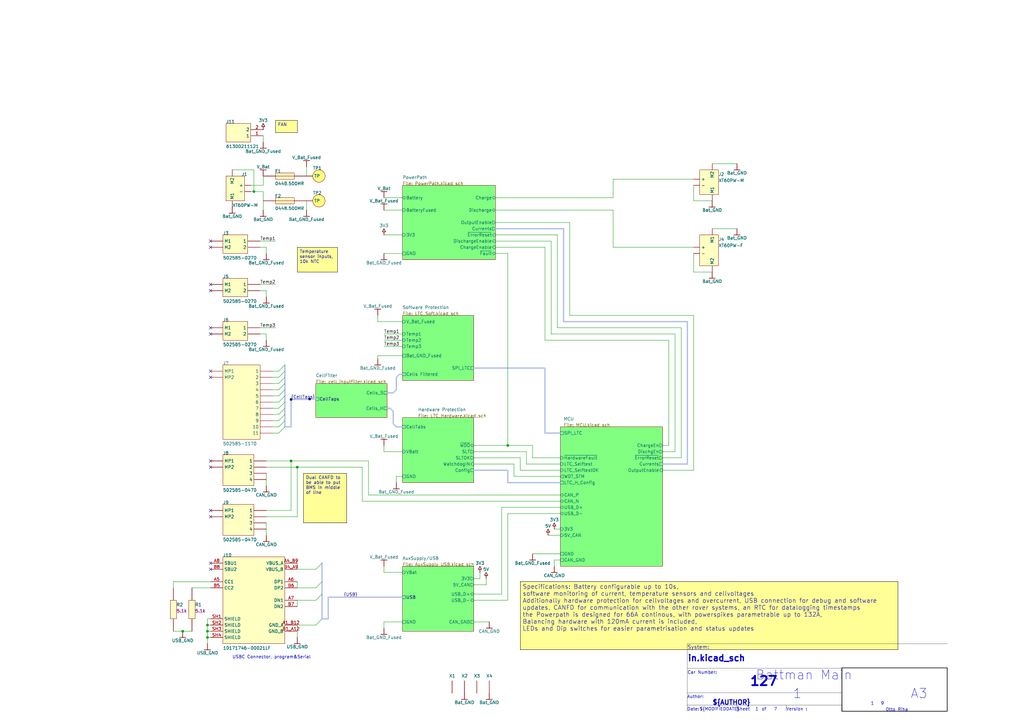
<source format=kicad_sch>
(kicad_sch (version 20250114) (generator "eeschema") (generator_version "9.0")
  (paper "A3")
  (bus_alias "CellTaps" (members "Cell0" "Cell1" "Cell2" "Cell3" "Cell4" "Cell5" "Cell6" "Cell7" "Cell8" "Cell9" "Cell10"))
  (bus_alias "USB" (members "VUSB" "D+" "D-" "GND"))
  (text "${FILENAME}" (at 281.94 271.6022 0) (effects (font (size 2.54 2.54) (thickness 0.508) (bold yes)) (justify left bottom)))
  (text "" (at 337.692 291.7142 0) (effects (font (size 1.27 1.27)) (justify left bottom)))
  (text "1" (at 325.12 286.8422 0) (effects (font (size 3.81 3.81)) (justify left bottom)))
  (text "Author:" (at 281.812 286.6342 0) (effects (font (size 1.27 1.27)) (justify left bottom)))
  (text "${MODIFIEDDATE}" (at 286.892 291.7142 0) (effects (font (size 1.27 1.27)) (justify left bottom)))
  (text "Date:" (at 281.812 291.7142 0) (effects (font (size 1.27 1.27)) (justify left bottom)))
  (text "" (at 311.022 291.7142 0) (effects (font (size 1.27 1.27)) (justify left bottom)))
  (text "" (at 311.022 291.7142 0) (effects (font (size 1.27 1.27)) (justify left bottom)))
  (text "${AUTHOR}" (at 292.1 289.3822 0) (effects (font (size 1.905 1.905) (thickness 0.381) (bold yes)) (justify left bottom)))
  (text "127" (at 307.34 281.7622 0) (effects (font (size 3.81 3.81) (thickness 0.762) (bold yes)) (justify left bottom)))
  (text "Sheet" (at 302.132 291.7142 0) (effects (font (size 1.27 1.27)) (justify left bottom)))
  (text "of" (at 312.292 291.7142 0) (effects (font (size 1.27 1.27)) (justify left bottom)))
  (text "Version :" (at 322.452 291.7142 0) (effects (font (size 1.27 1.27)) (justify left bottom)))
  (text "9" (at 361.188 289.3822 0) (effects (font (size 1.27 1.27)) (justify left bottom)))
  (text "${REVISION}" (at 332.612 291.7142 0) (effects (font (size 1.27 1.27)) (justify left bottom)))
  (text "USBC Connector, program&Serial" (at 95.25 270.3322 0) (effects (font (size 1.27 1.27)) (justify left bottom)))
  (text "A3" (at 373.38 286.8422 0) (effects (font (size 3.81 3.81)) (justify left bottom)))
  (text "" (at 337.692 291.7142 0) (effects (font (size 1.27 1.27)) (justify left bottom)))
  (text "System:" (at 281.94 266.5222 0) (effects (font (size 1.524 1.524)) (justify left bottom)))
  (text "Battman Main" (at 309.88 279.2222 0) (effects (font (size 3.81 3.81)) (justify left bottom)))
  (text "1" (at 357.124 289.3822 0) (effects (font (size 1.27 1.27)) (justify left bottom)))
  (text "Otto Riha" (at 363.22 291.9222 0) (effects (font (size 1.27 1.27)) (justify left bottom)))
  (text "${##}" (at 317.372 291.7142 0) (effects (font (size 1.27 1.27)) (justify left bottom)))
  (text "Car Number:" (at 281.94 276.6822 0) (effects (font (size 1.27 1.27)) (justify left bottom)))
  (text "${#}" (at 309.752 291.7142 0) (effects (font (size 1.27 1.27)) (justify left bottom)))
  (text_box "Dual CANFD to be able to put BMS in middle of line" (at 142.24 194.1322 0) (size -17.78 20.32) (margins 0.9525 0.9525 0.9525 0.9525) (stroke (width 0) (color 0 0 0 1)) (fill (type color) (color 255 255 150 1)) (effects (font (size 1.27 1.27)) (justify left top)))
  (text_box "Temperature sensor inputs, 10k NTC" (at 138.43 101.4222 0) (size -16.51 10.16) (margins 0.9525 0.9525 0.9525 0.9525) (stroke (width 0) (color 0 0 0 1)) (fill (type color) (color 255 255 150 1)) (effects (font (size 1.27 1.27)) (justify left top)))
  (text_box "FAN" (at 121.92 49.3522 0) (size -8.89 5.08) (margins 0.9525 0.9525 0.9525 0.9525) (stroke (width 0) (color 0 0 0 1)) (fill (type color) (color 255 255 150 1)) (effects (font (size 1.27 1.27)) (justify left top)))
  (text_box "Specifications: Battery configurable up to 10s, \nsoftware monitoring of current, temperature sensors and cellvoltages\nAdditionally hardware protection for cellvoltages and overcurrent, USB connection for debug and software updates, CANFD for communication with the other rover systems, an RTC for datalogging timestamps\nthe Powerpath is designed for 66A continous, with powerspikes parametrable up to 132A,\nBalancing hardware with 120mA current is included,\nLEDs and Dip switches for easier parametrisation and status updates" (at 368.3 238.5822 0) (size -154.94 27.94) (margins 0.9525 0.9525 0.9525 0.9525) (stroke (width 0) (color 0 0 0 1)) (fill (type color) (color 255 255 150 1)) (effects (font (size 1.778 1.778)) (justify left top)))
  (junction (at 121.92 191.5922))
  (junction (at 74.93 258.9022))
  (junction (at 127 163.6522))
  (junction (at 119.38 163.83))
  (junction (at 85.09 258.9022))
  (junction (at 104.14 78.5622))
  (junction (at 208.28 182.7022))
  (junction (at 85.09 256.3622))
  (junction (at 85.09 261.4422))
  (junction (at 119.38 189.0522))
  (no_connect (at 86.36 134.4422))
  (no_connect (at 86.36 152.2222))
  (no_connect (at 86.36 136.9822))
  (no_connect (at 86.36 189.0522))
  (no_connect (at 86.36 230.9622))
  (no_connect (at 86.36 116.6622))
  (no_connect (at 86.36 98.8822))
  (no_connect (at 86.36 191.5922))
  (no_connect (at 86.36 211.9122))
  (no_connect (at 86.36 233.5022))
  (no_connect (at 86.36 154.7622))
  (no_connect (at 86.36 101.4222))
  (no_connect (at 86.36 209.3722))
  (no_connect (at 86.36 119.2022))
  (bus_entry (at 114.3 170.0022) (size 2.54 -2.54))
  (bus_entry (at 114.3 159.8422) (size 2.54 -2.54))
  (bus_entry (at 114.3 167.4622) (size 2.54 -2.54))
  (bus_entry (at 114.3 177.6222) (size 2.54 -2.54))
  (bus_entry (at 114.3 157.3022) (size 2.54 -2.54))
  (bus_entry (at 114.3 152.2222) (size 2.54 -2.54))
  (bus_entry (at 129.54 246.2022) (size 2.54 -2.54))
  (bus_entry (at 129.54 241.1222) (size 2.54 -2.54))
  (bus_entry (at 114.3 172.5422) (size 2.54 -2.54))
  (bus_entry (at 114.3 162.3822) (size 2.54 -2.54))
  (bus_entry (at 129.54 233.5022) (size 2.54 -2.54))
  (bus_entry (at 114.3 164.9222) (size 2.54 -2.54))
  (bus_entry (at 129.54 256.3622) (size 2.54 -2.54))
  (bus_entry (at 114.3 154.7622) (size 2.54 -2.54))
  (bus_entry (at 114.3 175.0822) (size 2.54 -2.54))
  (wire (pts (xy 107.95 72.2122) (xy 107.95 76.0222)))
  (wire (pts (xy 165.1 185.2422) (xy 157.48 185.2422)))
  (wire (pts (xy 165.1 103.9622) (xy 157.48 103.9622)))
  (wire (pts (xy 165.1 234.7722) (xy 157.48 234.7722)))
  (wire (pts (xy 218.44 227.1522) (xy 229.87 227.1522)))
  (wire (pts (xy 85.09 263.9822) (xy 85.09 261.4422)))
  (wire (pts (xy 226.06 136.9822) (xy 276.86 136.9822)))
  (wire (pts (xy 271.78 187.7822) (xy 279.4 187.7822)))
  (wire (pts (xy 85.09 258.9022) (xy 86.36 258.9022)))
  (wire (pts (xy 233.68 91.2622) (xy 233.68 129.3622)))
  (bus (pts (xy 116.84 175.0822) (xy 119.38 175.0822)) (stroke (width 0.508) (color 173 188 231 1)))
  (wire (pts (xy 196.85 234.7722) (xy 196.85 237.3122)))
  (wire (pts (xy 114.3 177.6222) (xy 111.76 177.6222)))
  (wire (pts (xy 284.48 76.0222) (xy 284.48 82.3722)))
  (wire (pts (xy 165.1 139.5222) (xy 157.48 139.5222)))
  (wire (pts (xy 227.33 232.2322) (xy 227.33 229.6922)))
  (wire (pts (xy 113.03 134.4422) (xy 106.68 134.4422)))
  (wire (pts (xy 109.22 214.4522) (xy 109.22 219.5322)))
  (wire (pts (xy 111.76 154.7622) (xy 114.3 154.7622)))
  (wire (pts (xy 165.1 145.8722) (xy 154.94 145.8722)))
  (wire (pts (xy 109.22 209.3722) (xy 119.38 209.3722)))
  (wire (pts (xy 109.22 121.7422) (xy 109.22 119.2022)))
  (wire (pts (xy 213.36 187.7822) (xy 213.36 192.8622)))
  (wire (pts (xy 119.38 209.3722) (xy 119.38 189.0522)))
  (wire (pts (xy 227.33 229.6922) (xy 229.87 229.6922)))
  (wire (pts (xy 210.82 190.3222) (xy 194.31 190.3222)))
  (wire (pts (xy 284.48 129.3622) (xy 284.48 192.8622)))
  (bus (pts (xy 162.56 159.8422) (xy 161.29 161.1122)) (stroke (width 0.508) (color 173 188 231 1)))
  (wire (pts (xy 199.39 239.8522) (xy 194.31 239.8522)))
  (wire (pts (xy 284.48 82.3722) (xy 292.1 82.3722)))
  (wire (pts (xy 274.32 139.5222) (xy 223.52 139.5222)))
  (bus (pts (xy 134.62 253.8222) (xy 134.62 244.9322)) (stroke (width 0.508) (color 173 188 231 1)))
  (wire (pts (xy 121.92 246.2022) (xy 129.54 246.2022)))
  (wire (pts (xy 284.48 192.8622) (xy 271.78 192.8622)))
  (wire (pts (xy 223.52 101.4222) (xy 203.2 101.4222)))
  (wire (pts (xy 129.54 256.3622) (xy 121.92 256.3622)))
  (wire (pts (xy 162.56 197.9422) (xy 162.56 195.4022)))
  (wire (pts (xy 284.48 111.5822) (xy 284.48 103.9622)))
  (wire (pts (xy 157.48 96.3422) (xy 165.1 96.3422)))
  (wire (pts (xy 199.39 237.3122) (xy 199.39 239.8522)))
  (wire (pts (xy 71.12 241.1222) (xy 71.12 238.5822)))
  (polyline (pts (xy 388.492 291.7142) (xy 388.492 273.9342)) (stroke (width 0.254) (type solid) (color 0 0 0 1)))
  (wire (pts (xy 284.48 101.4222) (xy 251.46 101.4222)))
  (polyline (pts (xy 388.62 263.9822) (xy 281.94 263.9822)) (stroke (width 0.0254) (type solid) (color 0 0 0 1)))
  (wire (pts (xy 125.73 68.4022) (xy 125.73 72.2122)))
  (bus (pts (xy 116.84 170.0022) (xy 116.84 167.4622)) (stroke (width 0.508) (color 173 188 231 1)))
  (wire (pts (xy 71.12 258.9022) (xy 74.93 258.9022)))
  (polyline (pts (xy 345.312 291.7142) (xy 345.312 273.9342)) (stroke (width 0.254) (type solid) (color 0 0 0 1)))
  (wire (pts (xy 215.9 190.3222) (xy 215.9 185.2422)))
  (wire (pts (xy 165.1 131.9022) (xy 154.94 131.9022)))
  (bus (pts (xy 116.84 154.7622) (xy 116.84 152.2222)) (stroke (width 0.508) (color 173 188 231 1)))
  (bus (pts (xy 223.52 150.9522) (xy 194.31 150.9522)) (stroke (width 0.508) (color 173 188 231 1)))
  (wire (pts (xy 154.94 131.9022) (xy 154.94 129.3622)))
  (wire (pts (xy 228.6 134.4422) (xy 228.6 96.3422)))
  (bus (pts (xy 281.94 190.3222) (xy 281.94 131.9022)) (stroke (width 0.508) (color 173 188 231 1)))
  (bus (pts (xy 116.84 162.3822) (xy 116.84 159.8422)) (stroke (width 0.508) (color 173 188 231 1)))
  (wire (pts (xy 215.9 185.2422) (xy 194.31 185.2422)))
  (wire (pts (xy 194.31 255.0922) (xy 200.66 255.0922)))
  (wire (pts (xy 104.14 69.6722) (xy 104.14 78.5622)))
  (wire (pts (xy 157.48 234.7722) (xy 157.48 232.2322)))
  (wire (pts (xy 114.3 162.3822) (xy 111.76 162.3822)))
  (wire (pts (xy 194.31 246.2022) (xy 208.28 246.2022)))
  (wire (pts (xy 107.95 58.2422) (xy 107.95 55.7022)))
  (wire (pts (xy 229.87 195.4022) (xy 210.82 195.4022)))
  (bus (pts (xy 229.87 197.9422) (xy 208.28 197.9422)) (stroke (width 0.508) (color 173 188 231 1)))
  (wire (pts (xy 74.93 258.9022) (xy 78.74 258.9022)))
  (wire (pts (xy 109.22 103.9622) (xy 109.22 101.4222)))
  (bus (pts (xy 229.87 177.6222) (xy 223.52 177.6222)) (stroke (width 0.508) (color 173 188 231 1)))
  (bus (pts (xy 223.52 177.6222) (xy 223.52 150.9522)) (stroke (width 0.508) (color 173 188 231 1)))
  (wire (pts (xy 121.92 191.5922) (xy 121.92 211.9122)))
  (bus (pts (xy 116.84 172.5422) (xy 116.84 170.0022)) (stroke (width 0.508) (color 173 188 231 1)))
  (wire (pts (xy 121.92 211.9122) (xy 109.22 211.9122)))
  (wire (pts (xy 229.87 205.5622) (xy 148.59 205.5622)))
  (wire (pts (xy 104.14 78.5622) (xy 107.95 78.5622)))
  (wire (pts (xy 208.28 182.7022) (xy 218.44 182.7022)))
  (polyline (pts (xy 281.812 289.1742) (xy 281.812 291.7142)) (stroke (width 0.0254) (type solid) (color 0 0 0 1)))
  (wire (pts (xy 229.87 208.1022) (xy 205.74 208.1022)))
  (wire (pts (xy 154.94 145.8722) (xy 154.94 147.1422)))
  (wire (pts (xy 251.46 73.4822) (xy 251.46 81.1022)))
  (bus (pts (xy 119.38 163.83) (xy 119.38 163.6522)) (stroke (width 0.508) (color 173 188 231 1)))
  (polyline (pts (xy 345.312 289.1742) (xy 345.312 291.7142)) (stroke (width 0.0254) (type solid) (color 0 0 0 1)))
  (bus (pts (xy 132.08 243.6622) (xy 132.08 238.5822)) (stroke (width 0.508) (color 173 188 231 1)))
  (wire (pts (xy 111.76 159.8422) (xy 114.3 159.8422)))
  (wire (pts (xy 208.28 103.9622) (xy 203.2 103.9622)))
  (wire (pts (xy 229.87 190.3222) (xy 215.9 190.3222)))
  (polyline (pts (xy 345.312 291.7142) (xy 388.492 291.7142)) (stroke (width 0.254) (type solid) (color 0 0 0 1)))
  (wire (pts (xy 111.76 175.0822) (xy 114.3 175.0822)))
  (wire (pts (xy 121.92 256.3622) (xy 121.92 261.4422)))
  (wire (pts (xy 194.31 187.7822) (xy 213.36 187.7822)))
  (wire (pts (xy 85.09 261.4422) (xy 86.36 261.4422)))
  (wire (pts (xy 148.59 205.5622) (xy 148.59 191.5922)))
  (wire (pts (xy 151.13 203.0222) (xy 229.87 203.0222)))
  (wire (pts (xy 292.1 111.5822) (xy 284.48 111.5822)))
  (wire (pts (xy 251.46 86.1822) (xy 203.2 86.1822)))
  (polyline (pts (xy 281.94 274.1422) (xy 345.44 274.1422)) (stroke (width 0.0254) (type solid) (color 0 0 0 1)))
  (wire (pts (xy 157.48 185.2422) (xy 157.48 182.7022)))
  (polyline (pts (xy 281.94 263.9822) (xy 281.94 289.3822)) (stroke (width 0.0254) (type solid) (color 0 0 0 1)))
  (wire (pts (xy 157.48 257.6322) (xy 157.48 255.0922)))
  (wire (pts (xy 208.28 182.7022) (xy 208.28 103.9622)))
  (wire (pts (xy 107.95 78.5622) (xy 107.95 86.1822)))
  (wire (pts (xy 157.48 142.0622) (xy 165.1 142.0622)))
  (wire (pts (xy 233.68 129.3622) (xy 284.48 129.3622)))
  (wire (pts (xy 129.54 241.1222) (xy 121.92 241.1222)))
  (wire (pts (xy 157.48 136.9822) (xy 165.1 136.9822)))
  (wire (pts (xy 226.06 98.8822) (xy 226.06 136.9822)))
  (wire (pts (xy 194.31 182.7022) (xy 208.28 182.7022)))
  (wire (pts (xy 109.22 189.0522) (xy 119.38 189.0522)))
  (wire (pts (xy 205.74 243.6622) (xy 194.31 243.6622)))
  (bus (pts (xy 161.29 161.1122) (xy 158.75 161.1122)) (stroke (width 0.508) (color 173 188 231 1)))
  (polyline (pts (xy 281.812 289.1742) (xy 345.312 289.1742)) (stroke (width 0.0254) (type solid) (color 0 0 0 1)))
  (wire (pts (xy 114.3 167.4622) (xy 111.76 167.4622)))
  (bus (pts (xy 116.84 175.0822) (xy 116.84 172.5422)) (stroke (width 0.508) (color 173 188 231 1)))
  (wire (pts (xy 223.52 139.5222) (xy 223.52 101.4222)))
  (bus (pts (xy 127 163.83) (xy 127 163.6522)) (stroke (width 0.508) (color 173 188 231 1)))
  (wire (pts (xy 109.22 139.5222) (xy 109.22 136.9822)))
  (wire (pts (xy 121.92 230.9622) (xy 121.92 233.5022)))
  (bus (pts (xy 132.08 253.8222) (xy 132.08 243.6622)) (stroke (width 0.508) (color 173 188 231 1)))
  (wire (pts (xy 114.3 152.2222) (xy 111.76 152.2222)))
  (wire (pts (xy 228.6 96.3422) (xy 203.2 96.3422)))
  (wire (pts (xy 113.03 116.6622) (xy 106.68 116.6622)))
  (wire (pts (xy 271.78 182.7022) (xy 274.32 182.7022)))
  (wire (pts (xy 109.22 101.4222) (xy 106.68 101.4222)))
  (bus (pts (xy 127 163.6522) (xy 129.54 163.6522)) (stroke (width 0.508) (color 173 188 231 1)))
  (wire (pts (xy 85.09 256.3622) (xy 85.09 253.8222)))
  (wire (pts (xy 218.44 187.7822) (xy 229.87 187.7822)))
  (wire (pts (xy 302.26 67.1322) (xy 292.1 67.1322)))
  (wire (pts (xy 85.09 258.9022) (xy 85.09 256.3622)))
  (wire (pts (xy 251.46 81.1022) (xy 203.2 81.1022)))
  (wire (pts (xy 121.92 241.1222) (xy 121.92 238.5822)))
  (wire (pts (xy 208.28 210.6422) (xy 229.87 210.6422)))
  (bus (pts (xy 134.62 244.9322) (xy 165.1 244.9322)) (stroke (width 0.508) (color 173 188 231 1)))
  (wire (pts (xy 109.22 194.1322) (xy 109.22 199.2122)))
  (bus (pts (xy 160.02 167.4622) (xy 161.29 168.7322)) (stroke (width 0.508) (color 173 188 231 1)))
  (wire (pts (xy 251.46 101.4222) (xy 251.46 86.1822)))
  (wire (pts (xy 121.92 248.7422) (xy 121.92 246.2022)))
  (wire (pts (xy 71.12 238.5822) (xy 86.36 238.5822)))
  (wire (pts (xy 279.4 187.7822) (xy 279.4 134.4422)))
  (wire (pts (xy 276.86 185.2422) (xy 271.78 185.2422)))
  (wire (pts (xy 85.09 261.4422) (xy 85.09 258.9022)))
  (wire (pts (xy 276.86 136.9822) (xy 276.86 185.2422)))
  (wire (pts (xy 157.48 255.0922) (xy 165.1 255.0922)))
  (wire (pts (xy 227.33 216.9922) (xy 229.87 216.9922)))
  (wire (pts (xy 125.73 86.1822) (xy 125.73 82.3722)))
  (wire (pts (xy 86.36 241.1222) (xy 78.74 241.1222)))
  (bus (pts (xy 132.08 253.8222) (xy 134.62 253.8222)) (stroke (width 0.508) (color 173 188 231 1)))
  (wire (pts (xy 203.2 98.8822) (xy 226.06 98.8822)))
  (bus (pts (xy 208.28 192.8622) (xy 194.31 192.8622)) (stroke (width 0.508) (color 173 188 231 1)))
  (bus (pts (xy 231.14 131.9022) (xy 231.14 93.8022)) (stroke (width 0.508) (color 173 188 231 1)))
  (bus (pts (xy 119.38 163.6522) (xy 127 163.6522)) (stroke (width 0.508) (color 173 188 231 1)))
  (wire (pts (xy 208.28 246.2022) (xy 208.28 210.6422)))
  (wire (pts (xy 196.85 237.3122) (xy 194.31 237.3122)))
  (bus (pts (xy 116.84 157.3022) (xy 116.84 154.7622)) (stroke (width 0.508) (color 173 188 231 1)))
  (wire (pts (xy 274.32 182.7022) (xy 274.32 139.5222)))
  (polyline (pts (xy 322.452 289.1742) (xy 322.452 291.7142)) (stroke (width 0.0254) (type solid) (color 0 0 0 1)))
  (polyline (pts (xy 281.812 284.0942) (xy 345.312 284.0942)) (stroke (width 0.0254) (type solid) (color 0 0 0 1)))
  (bus (pts (xy 116.84 159.8422) (xy 116.84 157.3022)) (stroke (width 0.508) (color 173 188 231 1)))
  (wire (pts (xy 85.09 256.3622) (xy 86.36 256.3622)))
  (wire (pts (xy 205.74 208.1022) (xy 205.74 243.6622)))
  (bus (pts (xy 271.78 190.3222) (xy 281.94 190.3222)) (stroke (width 0.508) (color 173 188 231 1)))
  (bus (pts (xy 161.29 173.8122) (xy 162.56 175.0822)) (stroke (width 0.508) (color 173 188 231 1)))
  (bus (pts (xy 161.29 168.7322) (xy 161.29 173.8122)) (stroke (width 0.508) (color 173 188 231 1)))
  (wire (pts (xy 113.03 98.8822) (xy 106.68 98.8822)))
  (polyline (pts (xy 345.312 273.9342) (xy 345.312 291.7142)) (stroke (width 0.0254) (type solid) (color 0 0 0 1)))
  (wire (pts (xy 162.56 195.4022) (xy 165.1 195.4022)))
  (wire (pts (xy 284.48 73.4822) (xy 251.46 73.4822)))
  (wire (pts (xy 85.09 253.8222) (xy 86.36 253.8222)))
  (wire (pts (xy 218.44 182.7022) (xy 218.44 187.7822)))
  (wire (pts (xy 121.92 233.5022) (xy 129.54 233.5022)))
  (wire (pts (xy 111.76 170.0022) (xy 114.3 170.0022)))
  (wire (pts (xy 114.3 157.3022) (xy 111.76 157.3022)))
  (wire (pts (xy 119.38 189.0522) (xy 151.13 189.0522)))
  (wire (pts (xy 148.59 191.5922) (xy 121.92 191.5922)))
  (wire (pts (xy 121.92 191.5922) (xy 109.22 191.5922)))
  (wire (pts (xy 111.76 164.9222) (xy 114.3 164.9222)))
  (bus (pts (xy 116.84 152.2222) (xy 116.84 149.6822)) (stroke (width 0.508) (color 173 188 231 1)))
  (wire (pts (xy 95.25 69.6722) (xy 104.14 69.6722)))
  (bus (pts (xy 162.56 175.0822) (xy 165.1 175.0822)) (stroke (width 0.508) (color 173 188 231 1)))
  (wire (pts (xy 109.22 119.2022) (xy 106.68 119.2022)))
  (bus (pts (xy 158.75 167.4622) (xy 160.02 167.4622)) (stroke (width 0.508) (color 173 188 231 1)))
  (bus (pts (xy 231.14 93.8022) (xy 203.2 93.8022)) (stroke (width 0.508) (color 173 188 231 1)))
  (wire (pts (xy 302.26 93.8022) (xy 292.1 93.8022)))
  (bus (pts (xy 119.38 163.83) (xy 127 163.83)) (stroke (width 0.508) (color 173 188 231 1)))
  (wire (pts (xy 213.36 192.8622) (xy 229.87 192.8622)))
  (polyline (pts (xy 345.312 273.9342) (xy 388.492 273.9342)) (stroke (width 0.254) (type solid) (color 0 0 0 1)))
  (wire (pts (xy 224.79 219.5322) (xy 229.87 219.5322)))
  (bus (pts (xy 281.94 131.9022) (xy 231.14 131.9022)) (stroke (width 0.508) (color 173 188 231 1)))
  (wire (pts (xy 109.22 136.9822) (xy 106.68 136.9822)))
  (wire (pts (xy 279.4 134.4422) (xy 228.6 134.4422)))
  (wire (pts (xy 157.48 81.1022) (xy 165.1 81.1022)))
  (wire (pts (xy 210.82 195.4022) (xy 210.82 190.3222)))
  (bus (pts (xy 116.84 167.4622) (xy 116.84 164.9222)) (stroke (width 0.508) (color 173 188 231 1)))
  (bus (pts (xy 132.08 238.5822) (xy 132.08 230.9622)) (stroke (width 0.508) (color 173 188 231 1)))
  (wire (pts (xy 107.95 76.0222) (xy 102.87 76.0222)))
  (bus (pts (xy 162.56 154.7622) (xy 162.56 159.8422)) (stroke (width 0.508) (color 173 188 231 1)))
  (wire (pts (xy 203.2 91.2622) (xy 233.68 91.2622)))
  (bus (pts (xy 119.38 175.0822) (xy 119.38 163.83)) (stroke (width 0.508) (color 173 188 231 1)))
  (polyline (pts (xy 302.132 289.1742) (xy 302.132 291.7142)) (stroke (width 0.0254) (type solid) (color 0 0 0 1)))
  (bus (pts (xy 165.1 153.4922) (xy 163.83 153.4922)) (stroke (width 0.508) (color 173 188 231 1)))
  (bus (pts (xy 163.83 153.4922) (xy 162.56 154.7622)) (stroke (width 0.508) (color 173 188 231 1)))
  (bus (pts (xy 116.84 164.9222) (xy 116.84 162.3822)) (stroke (width 0.508) (color 173 188 231 1)))
  (wire (pts (xy 114.3 172.5422) (xy 111.76 172.5422)))
  (wire (pts (xy 102.87 78.5622) (xy 104.14 78.5622)))
  (wire (pts (xy 151.13 189.0522) (xy 151.13 203.0222)))
  (bus (pts (xy 208.28 197.9422) (xy 208.28 192.8622)) (stroke (width 0.508) (color 173 188 231 1)))
  (wire (pts (xy 165.1 86.1822) (xy 157.48 86.1822)))
  (label "Temp3" (at 106.68 134.4422 0))
  (label "Temp3" (at 157.48 142.0622 0))
  (label "Temp1" (at 157.48 136.9822 0))
  (label "{USB}" (at 140.97 244.9322 0))
  (label "Temp2" (at 106.68 116.6622 0))
  (label "Temp1" (at 106.68 98.8822 0))
  (label "{CellTaps}" (at 119.38 163.83 0))
  (label "Temp2" (at 157.48 139.5222 0))
  (symbol (lib_id "Battman-altium-import:root_2_VisM3_SamacSys.SchLib") (at 185.42 279.2222 0) (unit 0)
    (property "Reference" "X1" (at 184.15 277.9522 0) (effects (justify left bottom)))
    (property "Value" "Trou pour Vis M3 celon DIN912" (effects (hide yes)))
    (property "Footprint" "VisM3" (effects (hide yes)))
  )
  (symbol (lib_id "Battman-altium-import:3V3_ARROW") (at 227.33 216.9922 180) (unit 1)
    (property "Reference" "#PWR?" (effects (hide yes)))
    (property "Value" "3V3" (at 227.33 213.1822 0))
  )
  (symbol (lib_id "Battman-altium-import:root_2_mirrored_XT60PW-M_SamacSys.SchLib") (at 281.94 76.0222 0) (unit 0)
    (property "Reference" "J2" (at 294.64 72.2122 0) (effects (justify left bottom)))
    (property "Value" "XT60PW-M" (at 294.64 74.7522 0) (effects (justify left bottom)))
    (property "Footprint" "C__Users_otto_Documents_AltiumLL_SamacSys.PcbLib:XT60PWM" (effects (hide yes)))
    (property "Description" "Connector" (effects (hide yes)))
    (property "DATASHEET LINK" "https://www.tme.eu/Document/9b8d0c5eb7094295f3d3112c214d3ade/XT60PW%20SPEC.pdf" (effects (hide yes)))
    (property "HEIGHT" "8.4mm" (effects (hide yes)))
    (property "MANUFACTURER_NAME" "Changzou Amass Elec" (effects (hide yes)))
    (property "MANUFACTURER_PART_NUMBER" "XT60PW-M" (effects (hide yes)))
  )
  (symbol (lib_id "Battman-altium-import:3V3_ARROW") (at 157.48 96.3422 180) (unit 1)
    (property "Reference" "#PWR?" (effects (hide yes)))
    (property "Value" "3V3" (at 157.48 92.5322 0))
  )
  (symbol (lib_id "Battman-altium-import:root_0_502585-0470_SamacSys.SchLib") (at 86.36 189.0522 0) (unit 0)
    (property "Reference" "J8" (at 91.44 186.5122 0) (effects (justify left bottom)))
    (property "Value" "502585-0470" (at 91.44 201.7522 0) (effects (justify left bottom)))
    (property "Footprint" "C__Users_otto_Documents_AltiumLL_SamacSys.PcbLib:5025850470" (effects (hide yes)))
    (property "Description" "Connector" (effects (hide yes)))
    (property "HEIGHT" "6.6mm" (effects (hide yes)))
    (property "MANUFACTURER_NAME" "Molex" (effects (hide yes)))
    (property "MANUFACTURER_PART_NUMBER" "502585-0470" (effects (hide yes)))
    (property "MOUSER PART NUMBER" "538-502585-0470" (effects (hide yes)))
    (property "MOUSER PRICE/STOCK" "https://www.mouser.co.uk/ProductDetail/Molex/502585-0470?qs=3OKVfsn1b5AU8ip3wCejKg%3D%3D" (effects (hide yes)))
    (property "ARROW PART NUMBER" "502585-0470" (effects (hide yes)))
    (property "ARROW PRICE/STOCK" "https://www.arrow.com/en/products/5025850470/molex" (effects (hide yes)))
  )
  (symbol (lib_id "Battman-altium-import:Bat_GND_BAR") (at 292.1 111.5822 0) (unit 1)
    (property "Reference" "#PWR?" (effects (hide yes)))
    (property "Value" "Bat_GND" (at 292.1 115.3922 0))
  )
  (symbol (lib_id "Battman-altium-import:3V3_ARROW") (at 196.85 234.7722 180) (unit 1)
    (property "Reference" "#PWR?" (effects (hide yes)))
    (property "Value" "3V3" (at 196.85 230.9622 0))
  )
  (symbol (lib_id "Battman-altium-import:USB_GND_BAR") (at 74.93 258.9022 0) (unit 1)
    (property "Reference" "#PWR?" (effects (hide yes)))
    (property "Value" "USB_GND" (at 74.93 262.7122 0))
  )
  (symbol (lib_id "Battman-altium-import:Bat_GND_Fused_BAR") (at 109.22 139.5222 0) (unit 1)
    (property "Reference" "#PWR?" (effects (hide yes)))
    (property "Value" "Bat_GND_Fused" (at 109.22 143.3322 0))
  )
  (symbol (lib_id "Battman-altium-import:root_1_CRCW06035K10FKEBC_SamacSys.SchLib") (at 71.12 258.9022 0) (unit 0)
    (property "Reference" "R2" (at 72.39 248.7422 0) (effects (justify left bottom)))
    (property "Value" "CRCW06035K10FKEBC" (effects (hide yes)))
    (property "Footprint" "C__Users_otto_Documents_AltiumLL_SamacSys.PcbLib:RESC1608X55N" (effects (hide yes)))
    (property "Description" "Resistor 5.1k, 1%" (effects (hide yes)))
    (property "DATASHEET LINK" "https://www.vishay.com/docs/28773/crcwce3.pdf" (effects (hide yes)))
    (property "HEIGHT" "0.55mm" (effects (hide yes)))
    (property "MANUFACTURER_NAME" "Vishay" (effects (hide yes)))
    (property "MANUFACTURER_PART_NUMBER" "CRCW06035K10FKEBC" (effects (hide yes)))
    (property "MOUSER PART NUMBER" "71-CRCW06035K10FKEBC" (effects (hide yes)))
    (property "MOUSER PRICE/STOCK" "https://www.mouser.co.uk/ProductDetail/Vishay-Dale/CRCW06035K10FKEBC?qs=wd5RIQLrsJiajonkePuzqw%3D%3D" (effects (hide yes)))
    (property "ARROW PART NUMBER" "CRCW06035K10FKEBC" (effects (hide yes)))
    (property "ARROW PRICE/STOCK" "https://www.arrow.com/en/products/crcw06035k10fkebc/vishay?region=nac" (effects (hide yes)))
    (property "ALTIUM_VALUE" "5.1k" (at 72.39 251.2822 0) (effects (justify left bottom)))
    (property "SUPPLIER 1" "Mouser" (effects (hide yes)))
    (property "SUPPLIER PART NUMBER 1" "71-CRCW06035K10FKEBC" (effects (hide yes)))
  )
  (symbol (lib_id "Battman-altium-import:V_Bat_BAR") (at 107.95 72.2122 180) (unit 1)
    (property "Reference" "#PWR?" (effects (hide yes)))
    (property "Value" "V_Bat" (at 107.95 68.4022 0))
  )
  (symbol (lib_id "Battman-altium-import:Bat_GND_Fused_BAR") (at 157.48 103.9622 0) (unit 1)
    (property "Reference" "#PWR?" (effects (hide yes)))
    (property "Value" "Bat_GND_Fused" (at 157.48 107.7722 0))
  )
  (symbol (lib_id "Battman-altium-import:V_Bat_Fused_BAR") (at 154.94 129.3622 180) (unit 1)
    (property "Reference" "#PWR?" (effects (hide yes)))
    (property "Value" "V_Bat_Fused" (at 154.94 125.5522 0))
  )
  (symbol (lib_id "Battman-altium-import:Bat_GND_Fused_BAR") (at 162.56 197.9422 0) (unit 1)
    (property "Reference" "#PWR?" (effects (hide yes)))
    (property "Value" "Bat_GND_Fused" (at 162.56 201.7522 0))
  )
  (symbol (lib_id "Battman-altium-import:root_2_VisM3_SamacSys.SchLib") (at 190.5 279.2222 0) (unit 0)
    (property "Reference" "X2" (at 189.23 277.9522 0) (effects (justify left bottom)))
    (property "Value" "Trou pour Vis M3 celon DIN912" (effects (hide yes)))
    (property "Footprint" "VisM3" (effects (hide yes)))
  )
  (symbol (lib_id "Battman-altium-import:CAN_GND_BAR") (at 200.66 255.0922 0) (unit 1)
    (property "Reference" "#PWR?" (effects (hide yes)))
    (property "Value" "CAN_GND" (at 200.66 258.9022 0))
  )
  (symbol (lib_id "Battman-altium-import:Bat_GND_Fused_BAR") (at 109.22 103.9622 0) (unit 1)
    (property "Reference" "#PWR?" (effects (hide yes)))
    (property "Value" "Bat_GND_Fused" (at 109.22 107.7722 0))
  )
  (symbol (lib_id "Battman-altium-import:Bat_GND_Fused_BAR") (at 154.94 147.1422 0) (unit 1)
    (property "Reference" "#PWR?" (effects (hide yes)))
    (property "Value" "Bat_GND_Fused" (at 154.94 150.9522 0))
  )
  (symbol (lib_id "Battman-altium-import:3V3_ARROW") (at 107.95 53.1622 180) (unit 1)
    (property "Reference" "#PWR?" (effects (hide yes)))
    (property "Value" "3V3" (at 107.95 49.3522 0))
  )
  (symbol (lib_id "Battman-altium-import:root_0_502585-0470_SamacSys.SchLib") (at 86.36 209.3722 0) (unit 0)
    (property "Reference" "J9" (at 91.44 206.8322 0) (effects (justify left bottom)))
    (property "Value" "502585-0470" (at 91.44 222.0722 0) (effects (justify left bottom)))
    (property "Footprint" "C__Users_otto_Documents_AltiumLL_SamacSys.PcbLib:5025850470" (effects (hide yes)))
    (property "Description" "Connector" (effects (hide yes)))
    (property "HEIGHT" "6.6mm" (effects (hide yes)))
    (property "MANUFACTURER_NAME" "Molex" (effects (hide yes)))
    (property "MANUFACTURER_PART_NUMBER" "502585-0470" (effects (hide yes)))
    (property "MOUSER PART NUMBER" "538-502585-0470" (effects (hide yes)))
    (property "MOUSER PRICE/STOCK" "https://www.mouser.co.uk/ProductDetail/Molex/502585-0470?qs=3OKVfsn1b5AU8ip3wCejKg%3D%3D" (effects (hide yes)))
    (property "ARROW PART NUMBER" "502585-0470" (effects (hide yes)))
    (property "ARROW PRICE/STOCK" "https://www.arrow.com/en/products/5025850470/molex" (effects (hide yes)))
  )
  (symbol (lib_id "Battman-altium-import:V_Bat_Fused_BAR") (at 125.73 68.4022 180) (unit 1)
    (property "Reference" "#PWR?" (effects (hide yes)))
    (property "Value" "V_Bat_Fused" (at 125.73 64.5922 0))
  )
  (symbol (lib_id "Battman-altium-import:root_2_VisM3_SamacSys.SchLib") (at 195.58 279.2222 0) (unit 0)
    (property "Reference" "X3" (at 194.31 277.9522 0) (effects (justify left bottom)))
    (property "Value" "Trou pour Vis M3 celon DIN912" (effects (hide yes)))
    (property "Footprint" "VisM3" (effects (hide yes)))
  )
  (symbol (lib_id "Battman-altium-import:5V_ARROW") (at 224.79 219.5322 180) (unit 1)
    (property "Reference" "#PWR?" (effects (hide yes)))
    (property "Value" "5V" (at 224.79 215.7222 0))
  )
  (symbol (lib_id "Battman-altium-import:root_0_502585-1170_SamacSys.SchLib") (at 86.36 152.2222 0) (unit 0)
    (property "Reference" "J7" (at 91.44 149.6822 0) (effects (justify left bottom)))
    (property "Value" "502585-1170" (at 91.44 182.7022 0) (effects (justify left bottom)))
    (property "Footprint" "C__Users_otto_Documents_AltiumLL_SamacSys.PcbLib:5025851170" (effects (hide yes)))
    (property "Description" "Connector" (effects (hide yes)))
    (property "DATASHEET LINK" "https://www.molex.com/pdm_docs/sd/5025851070_sd.pdf" (effects (hide yes)))
    (property "HEIGHT" "6.35mm" (effects (hide yes)))
    (property "MANUFACTURER_NAME" "Molex" (effects (hide yes)))
    (property "MANUFACTURER_PART_NUMBER" "502585-1070" (effects (hide yes)))
    (property "MOUSER PART NUMBER" "538-502585-1070" (effects (hide yes)))
    (property "MOUSER PRICE/STOCK" "https://www.mouser.co.uk/ProductDetail/Molex/502585-1070?qs=3OKVfsn1b5BLfpTO0z92Dw%3D%3D" (effects (hide yes)))
    (property "ARROW PART NUMBER" "502585-1070" (effects (hide yes)))
    (property "ARROW PRICE/STOCK" "https://www.arrow.com/en/products/502585-1070/molex" (effects (hide yes)))
  )
  (symbol (lib_id "Battman-altium-import:root_2_XT60PW-M_SamacSys.SchLib") (at 105.41 78.5622 0) (unit 0)
    (property "Reference" "J1" (at 99.06 72.2122 0) (effects (justify left bottom)))
    (property "Value" "XT60PW-M" (at 95.25 84.9122 0) (effects (justify left bottom)))
    (property "Footprint" "C__Users_otto_Documents_AltiumLL_SamacSys.PcbLib:XT60PWM" (effects (hide yes)))
    (property "Description" "Connector" (effects (hide yes)))
    (property "DATASHEET LINK" "https://www.tme.eu/Document/9b8d0c5eb7094295f3d3112c214d3ade/XT60PW%20SPEC.pdf" (effects (hide yes)))
    (property "HEIGHT" "8.4mm" (effects (hide yes)))
    (property "MANUFACTURER_NAME" "Changzou Amass Elec" (effects (hide yes)))
    (property "MANUFACTURER_PART_NUMBER" "XT60PW-M" (effects (hide yes)))
  )
  (symbol (lib_id "Battman-altium-import:root_0_0448.500MR_SamacSys.SchLib") (at 107.95 72.2122 0) (unit 0)
    (property "Reference" "F1" (at 112.776 70.9422 0) (effects (justify left bottom)))
    (property "Value" "0448.500MR" (at 112.776 76.0222 0) (effects (justify left bottom)))
    (property "Footprint" "C__Users_otto_Documents_AltiumLL_SamacSys.PcbLib:FUSC6127X294N" (effects (hide yes)))
    (property "Description" "Fuse" (effects (hide yes)))
    (property "DATASHEET LINK" "https://www.mouser.in/datasheet/2/240/Littelfuse_Fuse_448_Datasheet_pdf-970935.pdf" (effects (hide yes)))
    (property "HEIGHT" "2.94mm" (effects (hide yes)))
    (property "MANUFACTURER_NAME" "LITTELFUSE" (effects (hide yes)))
    (property "MANUFACTURER_PART_NUMBER" "0448.500MR" (effects (hide yes)))
    (property "MOUSER PART NUMBER" "576-0448.500MR" (effects (hide yes)))
    (property "MOUSER PRICE/STOCK" "https://www.mouser.co.uk/ProductDetail/Littelfuse/0448.500MR?qs=sba%2FvSn%252BnuOI9c6%252BQVFrGA%3D%3D" (effects (hide yes)))
    (property "ARROW PART NUMBER" "0448.500MR" (effects (hide yes)))
    (property "ARROW PRICE/STOCK" "https://www.arrow.com/en/products/0448.500mr/littelfuse" (effects (hide yes)))
  )
  (symbol (lib_id "Battman-altium-import:Bat_GND_Fused_BAR") (at 157.48 257.6322 0) (unit 1)
    (property "Reference" "#PWR?" (effects (hide yes)))
    (property "Value" "Bat_GND_Fused" (at 157.48 261.4422 0))
  )
  (symbol (lib_id "Battman-altium-import:root_0_502585-0270_SamacSys.SchLib") (at 86.36 134.4422 0) (unit 0)
    (property "Reference" "J6" (at 91.44 131.9022 0) (effects (justify left bottom)))
    (property "Value" "502585-0270" (at 91.44 142.0622 0) (effects (justify left bottom)))
    (property "Footprint" "C__Users_otto_Documents_AltiumLL_SamacSys.PcbLib:5025850270" (effects (hide yes)))
    (property "Description" "Connector" (effects (hide yes)))
    (property "DATASHEET LINK" "https://www.molex.com/pdm_docs/sd/5025850270_sd.pdf" (effects (hide yes)))
    (property "HEIGHT" "6.35mm" (effects (hide yes)))
    (property "MANUFACTURER_NAME" "Molex" (effects (hide yes)))
    (property "MANUFACTURER_PART_NUMBER" "502585-0270" (effects (hide yes)))
    (property "MOUSER PART NUMBER" "538-502585-0270" (effects (hide yes)))
    (property "MOUSER PRICE/STOCK" "https://www.mouser.co.uk/ProductDetail/Molex/502585-0270?qs=3OKVfsn1b5AIV0Cqykd0DA%3D%3D" (effects (hide yes)))
    (property "ARROW PART NUMBER" "502585-0270" (effects (hide yes)))
    (property "ARROW PRICE/STOCK" "https://www.arrow.com/en/products/502585-0270/molex" (effects (hide yes)))
  )
  (symbol (lib_id "Battman-altium-import:V_Bat_BAR") (at 157.48 81.1022 180) (unit 1)
    (property "Reference" "#PWR?" (effects (hide yes)))
    (property "Value" "V_Bat" (at 157.48 77.2922 0))
  )
  (symbol (lib_id "Battman-altium-import:Bat_GND_Fused_BAR") (at 125.73 86.1822 0) (unit 1)
    (property "Reference" "#PWR?" (effects (hide yes)))
    (property "Value" "Bat_GND_Fused" (at 125.73 89.9922 0))
  )
  (symbol (lib_id "Battman-altium-import:Bat_GND_Fused_BAR") (at 109.22 121.7422 0) (unit 1)
    (property "Reference" "#PWR?" (effects (hide yes)))
    (property "Value" "Bat_GND_Fused" (at 109.22 125.5522 0))
  )
  (symbol (lib_id "Battman-altium-import:Bat_GND_BAR") (at 190.5 284.3022 0) (unit 1)
    (property "Reference" "#PWR?" (effects (hide yes)))
    (property "Value" "Bat_GND" (at 190.5 288.1122 0))
  )
  (symbol (lib_id "Battman-altium-import:root_1_CRCW06035K10FKEBC_SamacSys.SchLib") (at 78.74 258.9022 0) (unit 0)
    (property "Reference" "R1" (at 80.01 248.7422 0) (effects (justify left bottom)))
    (property "Value" "CRCW06035K10FKEBC" (effects (hide yes)))
    (property "Footprint" "C__Users_otto_Documents_AltiumLL_SamacSys.PcbLib:RESC1608X55N" (effects (hide yes)))
    (property "Description" "Resistor 5.1k, 1%" (effects (hide yes)))
    (property "DATASHEET LINK" "https://www.vishay.com/docs/28773/crcwce3.pdf" (effects (hide yes)))
    (property "HEIGHT" "0.55mm" (effects (hide yes)))
    (property "MANUFACTURER_NAME" "Vishay" (effects (hide yes)))
    (property "MANUFACTURER_PART_NUMBER" "CRCW06035K10FKEBC" (effects (hide yes)))
    (property "MOUSER PART NUMBER" "71-CRCW06035K10FKEBC" (effects (hide yes)))
    (property "MOUSER PRICE/STOCK" "https://www.mouser.co.uk/ProductDetail/Vishay-Dale/CRCW06035K10FKEBC?qs=wd5RIQLrsJiajonkePuzqw%3D%3D" (effects (hide yes)))
    (property "ARROW PART NUMBER" "CRCW06035K10FKEBC" (effects (hide yes)))
    (property "ARROW PRICE/STOCK" "https://www.arrow.com/en/products/crcw06035k10fkebc/vishay?region=nac" (effects (hide yes)))
    (property "ALTIUM_VALUE" "5.1k" (at 80.01 251.2822 0) (effects (justify left bottom)))
    (property "SUPPLIER 1" "Mouser" (effects (hide yes)))
    (property "SUPPLIER PART NUMBER 1" "71-CRCW06035K10FKEBC" (effects (hide yes)))
  )
  (symbol (lib_id "Battman-altium-import:Bat_GND_BAR") (at 302.26 67.1322 0) (unit 1)
    (property "Reference" "#PWR?" (effects (hide yes)))
    (property "Value" "Bat_GND" (at 302.26 70.9422 0))
  )
  (symbol (lib_id "Battman-altium-import:Bat_GND_BAR") (at 107.95 86.1822 0) (unit 1)
    (property "Reference" "#PWR?" (effects (hide yes)))
    (property "Value" "Bat_GND" (at 107.95 89.9922 0))
  )
  (symbol (lib_id "Battman-altium-import:root_0_XT60PW-F_SamacSys.SchLib") (at 281.94 101.4222 0) (unit 0)
    (property "Reference" "J4" (at 294.64 98.8822 0) (effects (justify left bottom)))
    (property "Value" "XT60PW-F" (at 294.64 101.4222 0) (effects (justify left bottom)))
    (property "Footprint" "C__Users_otto_Documents_AltiumLL_SamacSys.PcbLib:XT60PWF" (effects (hide yes)))
    (property "Description" "Connector" (effects (hide yes)))
    (property "DATASHEET LINK" "https://www.tme.eu/Document/1191bc2fa3aee3c446e5a895fd8f7983/XT60PW-F.pdf" (effects (hide yes)))
    (property "HEIGHT" "8.4mm" (effects (hide yes)))
    (property "MANUFACTURER_NAME" "Amass" (effects (hide yes)))
    (property "MANUFACTURER_PART_NUMBER" "XT60PW-F" (effects (hide yes)))
  )
  (symbol (lib_id "Battman-altium-import:Bat_GND_BAR") (at 292.1 82.3722 0) (unit 1)
    (property "Reference" "#PWR?" (effects (hide yes)))
    (property "Value" "Bat_GND" (at 292.1 86.1822 0))
  )
  (symbol (lib_id "Battman-altium-import:V_Bat_Fused_BAR") (at 157.48 86.1822 180) (unit 1)
    (property "Reference" "#PWR?" (effects (hide yes)))
    (property "Value" "V_Bat_Fused" (at 157.48 82.3722 0))
  )
  (symbol (lib_id "Battman-altium-import:USB_GND_BAR") (at 121.92 261.4422 0) (unit 1)
    (property "Reference" "#PWR?" (effects (hide yes)))
    (property "Value" "USB_GND" (at 121.92 265.2522 0))
  )
  (symbol (lib_id "Battman-altium-import:root_2_VisM3_SamacSys.SchLib") (at 200.66 279.2222 0) (unit 0)
    (property "Reference" "X4" (at 199.39 277.9522 0) (effects (justify left bottom)))
    (property "Value" "Trou pour Vis M3 celon DIN912" (effects (hide yes)))
    (property "Footprint" "VisM3" (effects (hide yes)))
  )
  (symbol (lib_id "Battman-altium-import:root_2_61300211121_*") (at 107.95 55.7022 0) (unit 0)
    (property "Reference" "J11" (at 92.71 50.6222 0) (effects (justify left bottom)))
    (property "Value" "61300211121" (at 92.71 60.7822 0) (effects (justify left bottom)))
    (property "Footprint" "C__Users_otto_Documents_AltiumLL_SamacSys.PcbLib:HDRV2W110P0X254_1X2_508X254X854P" (effects (hide yes)))
    (property "Description" "Connector" (effects (hide yes)))
    (property "DATASHEET LINK" "https://componentsearchengine.com/Datasheets/2/61300211121.pdf" (effects (hide yes)))
    (property "HEIGHT" "8.54mm" (effects (hide yes)))
    (property "MANUFACTURER_NAME" "Wurth Elektronik" (effects (hide yes)))
    (property "MANUFACTURER_PART_NUMBER" "61300211121" (effects (hide yes)))
    (property "MOUSER PART NUMBER" "710-61300211121" (effects (hide yes)))
    (property "MOUSER PRICE/STOCK" "https://www.mouser.co.uk/ProductDetail/Wurth-Elektronik/61300211121?qs=t4813l51qx%252B1A5GYDQxPlw%3D%3D" (effects (hide yes)))
  )
  (symbol (lib_id "Battman-altium-import:root_0_Testpoint_SamacSys.SchLib") (at 125.73 82.3722 0) (unit 0)
    (property "Reference" "TP2" (at 128.27 79.8322 0) (effects (justify left bottom)))
    (property "Value" "Testpoint" (effects (hide yes)))
    (property "Footprint" "Testpoint" (effects (hide yes)))
  )
  (symbol (lib_id "Battman-altium-import:V_Bat_Fused_BAR") (at 157.48 182.7022 180) (unit 1)
    (property "Reference" "#PWR?" (effects (hide yes)))
    (property "Value" "V_Bat_Fused" (at 157.48 178.8922 0))
  )
  (symbol (lib_id "Battman-altium-import:USB_GND_BAR") (at 85.09 263.9822 0) (unit 1)
    (property "Reference" "#PWR?" (effects (hide yes)))
    (property "Value" "USB_GND" (at 85.09 267.7922 0))
  )
  (symbol (lib_id "Battman-altium-import:root_0_502585-0270_SamacSys.SchLib") (at 86.36 116.6622 0) (unit 0)
    (property "Reference" "J5" (at 91.44 114.1222 0) (effects (justify left bottom)))
    (property "Value" "502585-0270" (at 91.44 124.2822 0) (effects (justify left bottom)))
    (property "Footprint" "C__Users_otto_Documents_AltiumLL_SamacSys.PcbLib:5025850270" (effects (hide yes)))
    (property "Description" "Connector" (effects (hide yes)))
    (property "DATASHEET LINK" "https://www.molex.com/pdm_docs/sd/5025850270_sd.pdf" (effects (hide yes)))
    (property "HEIGHT" "6.35mm" (effects (hide yes)))
    (property "MANUFACTURER_NAME" "Molex" (effects (hide yes)))
    (property "MANUFACTURER_PART_NUMBER" "502585-0270" (effects (hide yes)))
    (property "MOUSER PART NUMBER" "538-502585-0270" (effects (hide yes)))
    (property "MOUSER PRICE/STOCK" "https://www.mouser.co.uk/ProductDetail/Molex/502585-0270?qs=3OKVfsn1b5AIV0Cqykd0DA%3D%3D" (effects (hide yes)))
    (property "ARROW PART NUMBER" "502585-0270" (effects (hide yes)))
    (property "ARROW PRICE/STOCK" "https://www.arrow.com/en/products/502585-0270/molex" (effects (hide yes)))
  )
  (symbol (lib_id "Battman-altium-import:root_0_Testpoint_SamacSys.SchLib") (at 125.73 72.2122 0) (unit 0)
    (property "Reference" "TP1" (at 128.27 69.6722 0) (effects (justify left bottom)))
    (property "Value" "Testpoint" (effects (hide yes)))
    (property "Footprint" "Testpoint" (effects (hide yes)))
  )
  (symbol (lib_id "Battman-altium-import:root_0_502585-0270_SamacSys.SchLib") (at 86.36 98.8822 0) (unit 0)
    (property "Reference" "J3" (at 91.44 96.3422 0) (effects (justify left bottom)))
    (property "Value" "502585-0270" (at 91.44 106.5022 0) (effects (justify left bottom)))
    (property "Footprint" "C__Users_otto_Documents_AltiumLL_SamacSys.PcbLib:5025850270" (effects (hide yes)))
    (property "Description" "Connector" (effects (hide yes)))
    (property "DATASHEET LINK" "https://www.molex.com/pdm_docs/sd/5025850270_sd.pdf" (effects (hide yes)))
    (property "HEIGHT" "6.35mm" (effects (hide yes)))
    (property "MANUFACTURER_NAME" "Molex" (effects (hide yes)))
    (property "MANUFACTURER_PART_NUMBER" "502585-0270" (effects (hide yes)))
    (property "MOUSER PART NUMBER" "538-502585-0270" (effects (hide yes)))
    (property "MOUSER PRICE/STOCK" "https://www.mouser.co.uk/ProductDetail/Molex/502585-0270?qs=3OKVfsn1b5AIV0Cqykd0DA%3D%3D" (effects (hide yes)))
    (property "ARROW PART NUMBER" "502585-0270" (effects (hide yes)))
    (property "ARROW PRICE/STOCK" "https://www.arrow.com/en/products/502585-0270/molex" (effects (hide yes)))
  )
  (symbol (lib_id "Battman-altium-import:5V_ARROW") (at 199.39 237.3122 180) (unit 1)
    (property "Reference" "#PWR?" (effects (hide yes)))
    (property "Value" "5V" (at 199.39 233.5022 0))
  )
  (symbol (lib_id "Battman-altium-import:Bat_GND_BAR") (at 200.66 284.3022 0) (unit 1)
    (property "Reference" "#PWR?" (effects (hide yes)))
    (property "Value" "Bat_GND" (at 200.66 288.1122 0))
  )
  (symbol (lib_id "Battman-altium-import:root_0_0448.500MR_SamacSys.SchLib") (at 107.95 82.3722 0) (unit 0)
    (property "Reference" "F2" (at 112.776 81.1022 0) (effects (justify left bottom)))
    (property "Value" "0448.500MR" (at 112.776 86.1822 0) (effects (justify left bottom)))
    (property "Footprint" "C__Users_otto_Documents_AltiumLL_SamacSys.PcbLib:FUSC6127X294N" (effects (hide yes)))
    (property "Description" "Fuse" (effects (hide yes)))
    (property "DATASHEET LINK" "https://www.mouser.in/datasheet/2/240/Littelfuse_Fuse_448_Datasheet_pdf-970935.pdf" (effects (hide yes)))
    (property "HEIGHT" "2.94mm" (effects (hide yes)))
    (property "MANUFACTURER_NAME" "LITTELFUSE" (effects (hide yes)))
    (property "MANUFACTURER_PART_NUMBER" "0448.500MR" (effects (hide yes)))
    (property "MOUSER PART NUMBER" "576-0448.500MR" (effects (hide yes)))
    (property "MOUSER PRICE/STOCK" "https://www.mouser.co.uk/ProductDetail/Littelfuse/0448.500MR?qs=sba%2FvSn%252BnuOI9c6%252BQVFrGA%3D%3D" (effects (hide yes)))
    (property "ARROW PART NUMBER" "0448.500MR" (effects (hide yes)))
    (property "ARROW PRICE/STOCK" "https://www.arrow.com/en/products/0448.500mr/littelfuse" (effects (hide yes)))
  )
  (symbol (lib_id "Battman-altium-import:CAN_GND_BAR") (at 227.33 232.2322 0) (unit 1)
    (property "Reference" "#PWR?" (effects (hide yes)))
    (property "Value" "CAN_GND" (at 227.33 236.0422 0))
  )
  (symbol (lib_id "Battman-altium-import:Bat_GND_BAR") (at 302.26 93.8022 0) (unit 1)
    (property "Reference" "#PWR?" (effects (hide yes)))
    (property "Value" "Bat_GND" (at 302.26 97.6122 0))
  )
  (symbol (lib_id "Battman-altium-import:Bat_GND_Fused_BAR") (at 107.95 58.2422 0) (unit 1)
    (property "Reference" "#PWR?" (effects (hide yes)))
    (property "Value" "Bat_GND_Fused" (at 107.95 62.0522 0))
  )
  (symbol (lib_id "Battman-altium-import:CAN_GND_BAR") (at 109.22 219.5322 0) (unit 1)
    (property "Reference" "#PWR?" (effects (hide yes)))
    (property "Value" "CAN_GND" (at 109.22 223.3422 0))
  )
  (symbol (lib_id "Battman-altium-import:root_0_10171746-00021LF_10171746-00021LF.SchLib") (at 104.14 241.1222 0) (unit 0)
    (property "Reference" "J10" (at 91.44 228.4222 0) (effects (justify left bottom)))
    (property "Value" "10171746-00021LF" (at 91.44 266.5222 0) (effects (justify left bottom)))
    (property "Footprint" "AMPHENOL_10171746-00021LF" (effects (hide yes)))
    (property "Description" "USB-C (USB TYPE-C) USB 2.0 Receptacle Connector 24 (6+18 Dummy) Position Surface Mount, Right Angle; Through Hole" (effects (hide yes)))
    (property "SNAPEDA_LINK" "https://www.snapeda.com/parts/10171746-00021LF/Amphenol/view-part/?ref=snap" (effects (hide yes)))
    (property "PACKAGE" "None" (effects (hide yes)))
    (property "ALTIUM_VALUE" "*" (effects (hide yes)))
    (property "MF" "Amphenol" (effects (hide yes)))
    (property "MP" "10171746-00021LF" (effects (hide yes)))
    (property "CHECK_PRICES" "https://www.snapeda.com/parts/10171746-00021LF/Amphenol/view-part/?ref=eda" (effects (hide yes)))
  )
  (symbol (lib_id "Battman-altium-import:Bat_GND_Fused_BAR") (at 218.44 227.1522 0) (unit 1)
    (property "Reference" "#PWR?" (effects (hide yes)))
    (property "Value" "Bat_GND_Fused" (at 218.44 230.9622 0))
  )
  (symbol (lib_id "Battman-altium-import:Bat_GND_BAR") (at 95.25 84.9122 0) (unit 1)
    (property "Reference" "#PWR?" (effects (hide yes)))
    (property "Value" "Bat_GND" (at 95.25 88.7222 0))
  )
  (symbol (lib_id "Battman-altium-import:V_Bat_Fused_BAR") (at 157.48 232.2322 180) (unit 1)
    (property "Reference" "#PWR?" (effects (hide yes)))
    (property "Value" "V_Bat_Fused" (at 157.48 228.4222 0))
  )
  (symbol (lib_id "Battman-altium-import:CAN_GND_BAR") (at 109.22 199.2122 0) (unit 1)
    (property "Reference" "#PWR?" (effects (hide yes)))
    (property "Value" "CAN_GND" (at 109.22 203.0222 0))
  )
  (sheet (at 165.1 76.0222) (size 38.1 30.48) (stroke (width 0) (color 128 0 0 1)) (fill (color 128 255 128 1.0000))
    (property "Sheetname" "PowerPath" (at 165.1 73.4822 0) (effects (justify left bottom)))
    (property "Sheetfile" "PowerPath.kicad_sch" (at 165.1 76.0222 0) (effects (justify left bottom)))
    (pin "Battery" bidirectional (at 165.1 81.1022 180))
    (pin "BatteryFused" input (at 165.1 86.1822 180))
    (pin "3V3" input (at 165.1 96.3422 180))
    (pin "GND" passive (at 165.1 103.9622 180))
    (pin "Currents" output (at 203.2 93.8022 0))
    (pin "Charge" bidirectional (at 203.2 81.1022 0))
    (pin "~{Fault}" bidirectional (at 203.2 103.9622 0))
    (pin "Discharge" bidirectional (at 203.2 86.1822 0))
    (pin "ChargeEnable" input (at 203.2 101.4222 0))
    (pin "DischargeEnable" input (at 203.2 98.8822 0))
    (pin "OutputEnable" output (at 203.2 91.2622 0))
    (pin "~{ErrorReset}" input (at 203.2 96.3422 0))
  )
  (sheet (at 165.1 232.2322) (size 29.21 26.67) (stroke (width 0) (color 128 0 0 1)) (fill (color 128 255 128 1.0000))
    (property "Sheetname" "AuxSupply/USB" (at 165.1 229.6922 0) (effects (justify left bottom)))
    (property "Sheetfile" "AuxSupply_USB.kicad_sch" (at 165.1 232.2322 0) (effects (justify left bottom)))
    (pin "VBat" input (at 165.1 234.7722 180))
    (pin "GND" passive (at 165.1 255.0922 180))
    (pin "5V_CAN" output (at 194.31 239.8522 0))
    (pin "3V3" output (at 194.31 237.3122 0))
    (pin "USB" passive (at 165.1 244.9322 180))
    (pin "USB_D+" bidirectional (at 194.31 243.6622 0))
    (pin "USB_D-" bidirectional (at 194.31 246.2022 0))
    (pin "CAN_GND" passive (at 194.31 255.0922 0))
  )
  (sheet (at 229.87 175.0822) (size 41.91 57.15) (stroke (width 0) (color 128 0 0 1)) (fill (color 128 255 128 1.0000))
    (property "Sheetname" "MCU" (at 231.14 172.5422 0) (effects (justify left bottom)))
    (property "Sheetfile" "MCU.kicad_sch" (at 231.14 175.0822 0) (effects (justify left bottom)))
    (pin "SPI_LTC" passive (at 229.87 177.6222 180))
    (pin "CAN_P" bidirectional (at 229.87 203.0222 180))
    (pin "CAN_N" bidirectional (at 229.87 205.5622 180))
    (pin "USB_D+" bidirectional (at 229.87 208.1022 180))
    (pin "USB_D-" bidirectional (at 229.87 210.6422 180))
    (pin "3V3" input (at 229.87 216.9922 180))
    (pin "5V_CAN" input (at 229.87 219.5322 180))
    (pin "GND" passive (at 229.87 227.1522 180))
    (pin "LTC_H_Config" passive (at 229.87 197.9422 180))
    (pin "ChargeEn" output (at 271.78 182.7022 0))
    (pin "DischgEn" output (at 271.78 185.2422 0))
    (pin "WDT_STM" output (at 229.87 195.4022 180))
    (pin "~{HardwareFault}" input (at 229.87 187.7822 180))
    (pin "LTC_Selftest" input (at 229.87 190.3222 180))
    (pin "LTC_SelftestOK" input (at 229.87 192.8622 180))
    (pin "~{ErrorReset}" output (at 271.78 187.7822 0))
    (pin "OutputEnable" input (at 271.78 192.8622 0))
    (pin "Currents" passive (at 271.78 190.3222 0))
    (pin "CAN_GND" passive (at 229.87 229.6922 180))
  )
  (sheet (at 129.54 157.3022) (size 29.21 13.97) (stroke (width 0) (color 128 0 0 1)) (fill (color 128 255 128 1.0000))
    (property "Sheetname" "CellFilter" (at 129.54 154.7622 0) (effects (justify left bottom)))
    (property "Sheetfile" "cell_inputfilter.kicad_sch" (at 129.54 157.3022 0) (effects (justify left bottom)))
    (pin "CellTaps" passive (at 129.54 163.6522 180))
    (pin "Cells_H" passive (at 158.75 167.4622 0))
    (pin "Cells_S" passive (at 158.75 161.1122 0))
  )
  (sheet (at 165.1 171.2722) (size 29.21 26.67) (stroke (width 0) (color 128 0 0 1)) (fill (color 128 255 128 1.0000))
    (property "Sheetname" "Hardware Protection" (at 171.45 168.7322 0) (effects (justify left bottom)))
    (property "Sheetfile" "LTC_Hardware.kicad_sch" (at 171.45 171.2722 0) (effects (justify left bottom)))
    (pin "CellTabs" passive (at 165.1 175.0822 180))
    (pin "SLT" output (at 194.31 185.2422 0))
    (pin "SLTOK" output (at 194.31 187.7822 0))
    (pin "Config" passive (at 194.31 192.8622 0))
    (pin "WatchdogIN" input (at 194.31 190.3222 0))
    (pin "~{WDO}" bidirectional (at 194.31 182.7022 0))
    (pin "GND" passive (at 165.1 195.4022 180))
    (pin "VBatt" input (at 165.1 185.2422 180))
  )
  (sheet (at 165.1 129.3622) (size 29.21 26.67) (stroke (width 0) (color 128 0 0 1)) (fill (color 128 255 128 1.0000))
    (property "Sheetname" "Software Protection" (at 165.1 126.8222 0) (effects (justify left bottom)))
    (property "Sheetfile" "LTC_Soft.kicad_sch" (at 165.1 129.3622 0) (effects (justify left bottom)))
    (pin "Cells Filtered" passive (at 165.1 153.4922 180))
    (pin "V_Bat_Fused" input (at 165.1 131.9022 180))
    (pin "Bat_GND_Fused" passive (at 165.1 145.8722 180))
    (pin "Temp1" input (at 165.1 136.9822 180))
    (pin "Temp2" input (at 165.1 139.5222 180))
    (pin "Temp3" input (at 165.1 142.0622 180))
    (pin "SPI_LTC" passive (at 194.31 150.9522 0))
  )
)
</source>
